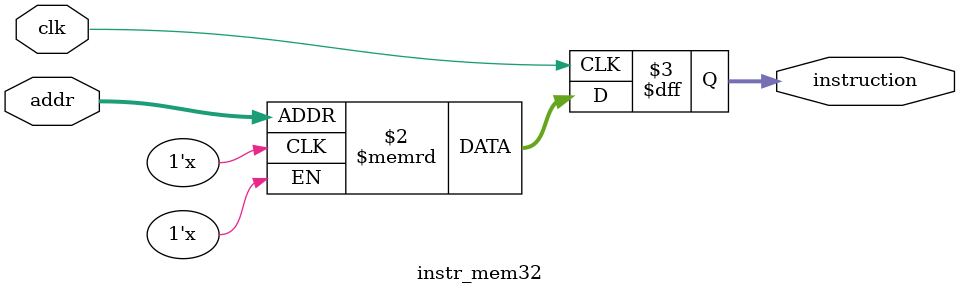
<source format=v>
module instr_mem32(
	input [9:0]  addr,
	input	clk,
	output reg [31:0] instruction
);

	reg [31:0] mem [0:1023];
	
	always @(posedge clk) 
	begin
		begin
			instruction <= mem[addr];
		end
	end

endmodule

</source>
